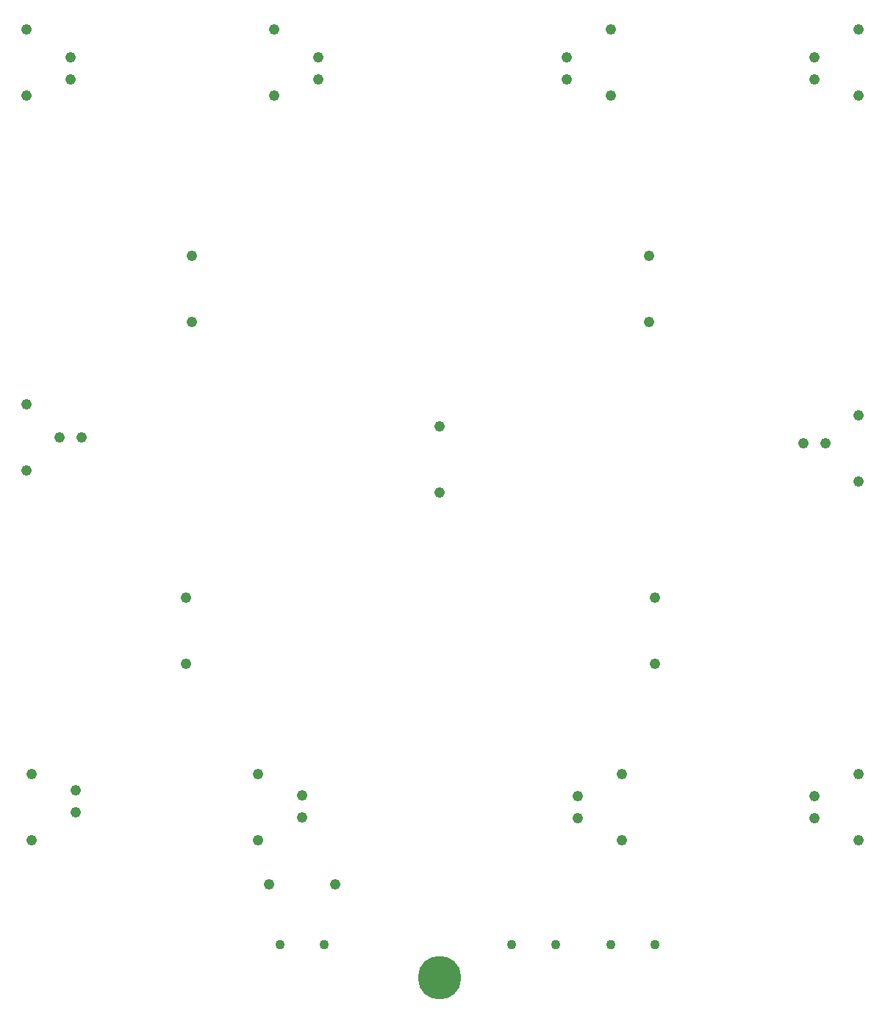
<source format=gbr>
%TF.GenerationSoftware,Altium Limited,Altium Designer,20.1.11 (218)*%
G04 Layer_Color=0*
%FSLAX26Y26*%
%MOIN*%
%TF.SameCoordinates,826E43E8-1F73-4143-9400-391E56CF9F4A*%
%TF.FilePolarity,Positive*%
%TF.FileFunction,Plated,1,2,PTH,Drill*%
%TF.Part,Single*%
G01*
G75*
%TA.AperFunction,ComponentDrill*%
%ADD10C,0.047638*%
%ADD11C,0.047638*%
%ADD12C,0.043307*%
%TA.AperFunction,ViaDrill,NotFilled*%
%ADD13C,0.196850*%
D10*
X8300000Y20625000D02*
D03*
Y20325001D02*
D03*
X9625000Y20400000D02*
D03*
Y20500000D02*
D03*
X11875000Y17049999D02*
D03*
Y17150002D02*
D03*
X8525000Y17074999D02*
D03*
Y17175001D02*
D03*
X11875000Y20500002D02*
D03*
Y20400000D02*
D03*
X9550000Y17052805D02*
D03*
Y17152805D02*
D03*
X8500000Y20500002D02*
D03*
Y20400000D02*
D03*
X10750000Y20400000D02*
D03*
Y20500000D02*
D03*
X10800000Y17049999D02*
D03*
Y17150000D02*
D03*
X9425000Y20325001D02*
D03*
Y20625000D02*
D03*
X12075000Y17250000D02*
D03*
Y16950001D02*
D03*
X8325000D02*
D03*
Y17250000D02*
D03*
X9025000Y17750000D02*
D03*
Y18049999D02*
D03*
X10175000Y18525000D02*
D03*
Y18825001D02*
D03*
X11150000Y17750000D02*
D03*
Y18049999D02*
D03*
X11125000Y19299999D02*
D03*
Y19600000D02*
D03*
X9050000Y19299999D02*
D03*
Y19600000D02*
D03*
X12075000Y20325001D02*
D03*
X12075000Y20624998D02*
D03*
X12075000Y18875000D02*
D03*
Y18575001D02*
D03*
X9350000Y16950001D02*
D03*
Y17250000D02*
D03*
X8300000Y18924999D02*
D03*
Y18625000D02*
D03*
X10950000Y20325001D02*
D03*
Y20625000D02*
D03*
X11000000Y16950001D02*
D03*
Y17250000D02*
D03*
D11*
X11825000Y18750000D02*
D03*
X11925000D02*
D03*
X8550000Y18775000D02*
D03*
X8450000D02*
D03*
X9700000Y16750000D02*
D03*
X9400000D02*
D03*
D12*
X10950000Y16475000D02*
D03*
X11150000D02*
D03*
X9650000D02*
D03*
X9450000D02*
D03*
X10500000D02*
D03*
X10700000D02*
D03*
D13*
X10175000Y16325001D02*
D03*
%TF.MD5,735f85259f61c84bdd4d778e180bbc48*%
M02*

</source>
